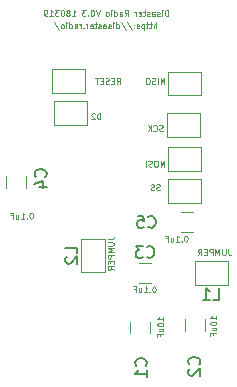
<source format=gbo>
%TF.GenerationSoftware,KiCad,Pcbnew,5.0.0-rc2-dev-unknown-c6ef0d5~62~ubuntu17.10.1*%
%TF.CreationDate,2018-03-19T22:23:23-07:00*%
%TF.ProjectId,lora_nodemcu,6C6F72615F6E6F64656D63752E6B6963,rev?*%
%TF.SameCoordinates,Original*%
%TF.FileFunction,Legend,Bot*%
%TF.FilePolarity,Positive*%
%FSLAX46Y46*%
G04 Gerber Fmt 4.6, Leading zero omitted, Abs format (unit mm)*
G04 Created by KiCad (PCBNEW 5.0.0-rc2-dev-unknown-c6ef0d5~62~ubuntu17.10.1) date Mon Mar 19 22:23:23 2018*
%MOMM*%
%LPD*%
G01*
G04 APERTURE LIST*
%ADD10C,0.100000*%
%ADD11C,0.120000*%
%ADD12C,0.150000*%
G04 APERTURE END LIST*
D10*
X141521428Y-93126190D02*
X141473809Y-93126190D01*
X141426190Y-93150000D01*
X141402380Y-93173809D01*
X141378571Y-93221428D01*
X141354761Y-93316666D01*
X141354761Y-93435714D01*
X141378571Y-93530952D01*
X141402380Y-93578571D01*
X141426190Y-93602380D01*
X141473809Y-93626190D01*
X141521428Y-93626190D01*
X141569047Y-93602380D01*
X141592857Y-93578571D01*
X141616666Y-93530952D01*
X141640476Y-93435714D01*
X141640476Y-93316666D01*
X141616666Y-93221428D01*
X141592857Y-93173809D01*
X141569047Y-93150000D01*
X141521428Y-93126190D01*
X141140476Y-93578571D02*
X141116666Y-93602380D01*
X141140476Y-93626190D01*
X141164285Y-93602380D01*
X141140476Y-93578571D01*
X141140476Y-93626190D01*
X140640476Y-93626190D02*
X140926190Y-93626190D01*
X140783333Y-93626190D02*
X140783333Y-93126190D01*
X140830952Y-93197619D01*
X140878571Y-93245238D01*
X140926190Y-93269047D01*
X140211904Y-93292857D02*
X140211904Y-93626190D01*
X140426190Y-93292857D02*
X140426190Y-93554761D01*
X140402380Y-93602380D01*
X140354761Y-93626190D01*
X140283333Y-93626190D01*
X140235714Y-93602380D01*
X140211904Y-93578571D01*
X139807142Y-93364285D02*
X139973809Y-93364285D01*
X139973809Y-93626190D02*
X139973809Y-93126190D01*
X139735714Y-93126190D01*
X157176190Y-102164285D02*
X157176190Y-101878571D01*
X157176190Y-102021428D02*
X156676190Y-102021428D01*
X156747619Y-101973809D01*
X156795238Y-101926190D01*
X156819047Y-101878571D01*
X156676190Y-102473809D02*
X156676190Y-102521428D01*
X156700000Y-102569047D01*
X156723809Y-102592857D01*
X156771428Y-102616666D01*
X156866666Y-102640476D01*
X156985714Y-102640476D01*
X157080952Y-102616666D01*
X157128571Y-102592857D01*
X157152380Y-102569047D01*
X157176190Y-102521428D01*
X157176190Y-102473809D01*
X157152380Y-102426190D01*
X157128571Y-102402380D01*
X157080952Y-102378571D01*
X156985714Y-102354761D01*
X156866666Y-102354761D01*
X156771428Y-102378571D01*
X156723809Y-102402380D01*
X156700000Y-102426190D01*
X156676190Y-102473809D01*
X156842857Y-103069047D02*
X157176190Y-103069047D01*
X156842857Y-102854761D02*
X157104761Y-102854761D01*
X157152380Y-102878571D01*
X157176190Y-102926190D01*
X157176190Y-102997619D01*
X157152380Y-103045238D01*
X157128571Y-103069047D01*
X156914285Y-103473809D02*
X156914285Y-103307142D01*
X157176190Y-103307142D02*
X156676190Y-103307142D01*
X156676190Y-103545238D01*
X152676190Y-102264285D02*
X152676190Y-101978571D01*
X152676190Y-102121428D02*
X152176190Y-102121428D01*
X152247619Y-102073809D01*
X152295238Y-102026190D01*
X152319047Y-101978571D01*
X152176190Y-102573809D02*
X152176190Y-102621428D01*
X152200000Y-102669047D01*
X152223809Y-102692857D01*
X152271428Y-102716666D01*
X152366666Y-102740476D01*
X152485714Y-102740476D01*
X152580952Y-102716666D01*
X152628571Y-102692857D01*
X152652380Y-102669047D01*
X152676190Y-102621428D01*
X152676190Y-102573809D01*
X152652380Y-102526190D01*
X152628571Y-102502380D01*
X152580952Y-102478571D01*
X152485714Y-102454761D01*
X152366666Y-102454761D01*
X152271428Y-102478571D01*
X152223809Y-102502380D01*
X152200000Y-102526190D01*
X152176190Y-102573809D01*
X152342857Y-103169047D02*
X152676190Y-103169047D01*
X152342857Y-102954761D02*
X152604761Y-102954761D01*
X152652380Y-102978571D01*
X152676190Y-103026190D01*
X152676190Y-103097619D01*
X152652380Y-103145238D01*
X152628571Y-103169047D01*
X152414285Y-103573809D02*
X152414285Y-103407142D01*
X152676190Y-103407142D02*
X152176190Y-103407142D01*
X152176190Y-103645238D01*
X158202380Y-96226190D02*
X158202380Y-96583333D01*
X158226190Y-96654761D01*
X158273809Y-96702380D01*
X158345238Y-96726190D01*
X158392857Y-96726190D01*
X157964285Y-96226190D02*
X157964285Y-96630952D01*
X157940476Y-96678571D01*
X157916666Y-96702380D01*
X157869047Y-96726190D01*
X157773809Y-96726190D01*
X157726190Y-96702380D01*
X157702380Y-96678571D01*
X157678571Y-96630952D01*
X157678571Y-96226190D01*
X157440476Y-96726190D02*
X157440476Y-96226190D01*
X157273809Y-96583333D01*
X157107142Y-96226190D01*
X157107142Y-96726190D01*
X156869047Y-96726190D02*
X156869047Y-96226190D01*
X156678571Y-96226190D01*
X156630952Y-96250000D01*
X156607142Y-96273809D01*
X156583333Y-96321428D01*
X156583333Y-96392857D01*
X156607142Y-96440476D01*
X156630952Y-96464285D01*
X156678571Y-96488095D01*
X156869047Y-96488095D01*
X156369047Y-96464285D02*
X156202380Y-96464285D01*
X156130952Y-96726190D02*
X156369047Y-96726190D01*
X156369047Y-96226190D01*
X156130952Y-96226190D01*
X155630952Y-96726190D02*
X155797619Y-96488095D01*
X155916666Y-96726190D02*
X155916666Y-96226190D01*
X155726190Y-96226190D01*
X155678571Y-96250000D01*
X155654761Y-96273809D01*
X155630952Y-96321428D01*
X155630952Y-96392857D01*
X155654761Y-96440476D01*
X155678571Y-96464285D01*
X155726190Y-96488095D01*
X155916666Y-96488095D01*
X151921428Y-99376190D02*
X151873809Y-99376190D01*
X151826190Y-99400000D01*
X151802380Y-99423809D01*
X151778571Y-99471428D01*
X151754761Y-99566666D01*
X151754761Y-99685714D01*
X151778571Y-99780952D01*
X151802380Y-99828571D01*
X151826190Y-99852380D01*
X151873809Y-99876190D01*
X151921428Y-99876190D01*
X151969047Y-99852380D01*
X151992857Y-99828571D01*
X152016666Y-99780952D01*
X152040476Y-99685714D01*
X152040476Y-99566666D01*
X152016666Y-99471428D01*
X151992857Y-99423809D01*
X151969047Y-99400000D01*
X151921428Y-99376190D01*
X151540476Y-99828571D02*
X151516666Y-99852380D01*
X151540476Y-99876190D01*
X151564285Y-99852380D01*
X151540476Y-99828571D01*
X151540476Y-99876190D01*
X151040476Y-99876190D02*
X151326190Y-99876190D01*
X151183333Y-99876190D02*
X151183333Y-99376190D01*
X151230952Y-99447619D01*
X151278571Y-99495238D01*
X151326190Y-99519047D01*
X150611904Y-99542857D02*
X150611904Y-99876190D01*
X150826190Y-99542857D02*
X150826190Y-99804761D01*
X150802380Y-99852380D01*
X150754761Y-99876190D01*
X150683333Y-99876190D01*
X150635714Y-99852380D01*
X150611904Y-99828571D01*
X150207142Y-99614285D02*
X150373809Y-99614285D01*
X150373809Y-99876190D02*
X150373809Y-99376190D01*
X150135714Y-99376190D01*
X147976190Y-95397619D02*
X148333333Y-95397619D01*
X148404761Y-95373809D01*
X148452380Y-95326190D01*
X148476190Y-95254761D01*
X148476190Y-95207142D01*
X147976190Y-95635714D02*
X148380952Y-95635714D01*
X148428571Y-95659523D01*
X148452380Y-95683333D01*
X148476190Y-95730952D01*
X148476190Y-95826190D01*
X148452380Y-95873809D01*
X148428571Y-95897619D01*
X148380952Y-95921428D01*
X147976190Y-95921428D01*
X148476190Y-96159523D02*
X147976190Y-96159523D01*
X148333333Y-96326190D01*
X147976190Y-96492857D01*
X148476190Y-96492857D01*
X148476190Y-96730952D02*
X147976190Y-96730952D01*
X147976190Y-96921428D01*
X148000000Y-96969047D01*
X148023809Y-96992857D01*
X148071428Y-97016666D01*
X148142857Y-97016666D01*
X148190476Y-96992857D01*
X148214285Y-96969047D01*
X148238095Y-96921428D01*
X148238095Y-96730952D01*
X148214285Y-97230952D02*
X148214285Y-97397619D01*
X148476190Y-97469047D02*
X148476190Y-97230952D01*
X147976190Y-97230952D01*
X147976190Y-97469047D01*
X148476190Y-97969047D02*
X148238095Y-97802380D01*
X148476190Y-97683333D02*
X147976190Y-97683333D01*
X147976190Y-97873809D01*
X148000000Y-97921428D01*
X148023809Y-97945238D01*
X148071428Y-97969047D01*
X148142857Y-97969047D01*
X148190476Y-97945238D01*
X148214285Y-97921428D01*
X148238095Y-97873809D01*
X148238095Y-97683333D01*
X154621428Y-95076190D02*
X154573809Y-95076190D01*
X154526190Y-95100000D01*
X154502380Y-95123809D01*
X154478571Y-95171428D01*
X154454761Y-95266666D01*
X154454761Y-95385714D01*
X154478571Y-95480952D01*
X154502380Y-95528571D01*
X154526190Y-95552380D01*
X154573809Y-95576190D01*
X154621428Y-95576190D01*
X154669047Y-95552380D01*
X154692857Y-95528571D01*
X154716666Y-95480952D01*
X154740476Y-95385714D01*
X154740476Y-95266666D01*
X154716666Y-95171428D01*
X154692857Y-95123809D01*
X154669047Y-95100000D01*
X154621428Y-95076190D01*
X154240476Y-95528571D02*
X154216666Y-95552380D01*
X154240476Y-95576190D01*
X154264285Y-95552380D01*
X154240476Y-95528571D01*
X154240476Y-95576190D01*
X153740476Y-95576190D02*
X154026190Y-95576190D01*
X153883333Y-95576190D02*
X153883333Y-95076190D01*
X153930952Y-95147619D01*
X153978571Y-95195238D01*
X154026190Y-95219047D01*
X153311904Y-95242857D02*
X153311904Y-95576190D01*
X153526190Y-95242857D02*
X153526190Y-95504761D01*
X153502380Y-95552380D01*
X153454761Y-95576190D01*
X153383333Y-95576190D01*
X153335714Y-95552380D01*
X153311904Y-95528571D01*
X152907142Y-95314285D02*
X153073809Y-95314285D01*
X153073809Y-95576190D02*
X153073809Y-95076190D01*
X152835714Y-95076190D01*
X152380952Y-91202380D02*
X152309523Y-91226190D01*
X152190476Y-91226190D01*
X152142857Y-91202380D01*
X152119047Y-91178571D01*
X152095238Y-91130952D01*
X152095238Y-91083333D01*
X152119047Y-91035714D01*
X152142857Y-91011904D01*
X152190476Y-90988095D01*
X152285714Y-90964285D01*
X152333333Y-90940476D01*
X152357142Y-90916666D01*
X152380952Y-90869047D01*
X152380952Y-90821428D01*
X152357142Y-90773809D01*
X152333333Y-90750000D01*
X152285714Y-90726190D01*
X152166666Y-90726190D01*
X152095238Y-90750000D01*
X151904761Y-91202380D02*
X151833333Y-91226190D01*
X151714285Y-91226190D01*
X151666666Y-91202380D01*
X151642857Y-91178571D01*
X151619047Y-91130952D01*
X151619047Y-91083333D01*
X151642857Y-91035714D01*
X151666666Y-91011904D01*
X151714285Y-90988095D01*
X151809523Y-90964285D01*
X151857142Y-90940476D01*
X151880952Y-90916666D01*
X151904761Y-90869047D01*
X151904761Y-90821428D01*
X151880952Y-90773809D01*
X151857142Y-90750000D01*
X151809523Y-90726190D01*
X151690476Y-90726190D01*
X151619047Y-90750000D01*
X152785714Y-89226190D02*
X152785714Y-88726190D01*
X152619047Y-89083333D01*
X152452380Y-88726190D01*
X152452380Y-89226190D01*
X152119047Y-88726190D02*
X152023809Y-88726190D01*
X151976190Y-88750000D01*
X151928571Y-88797619D01*
X151904761Y-88892857D01*
X151904761Y-89059523D01*
X151928571Y-89154761D01*
X151976190Y-89202380D01*
X152023809Y-89226190D01*
X152119047Y-89226190D01*
X152166666Y-89202380D01*
X152214285Y-89154761D01*
X152238095Y-89059523D01*
X152238095Y-88892857D01*
X152214285Y-88797619D01*
X152166666Y-88750000D01*
X152119047Y-88726190D01*
X151714285Y-89202380D02*
X151642857Y-89226190D01*
X151523809Y-89226190D01*
X151476190Y-89202380D01*
X151452380Y-89178571D01*
X151428571Y-89130952D01*
X151428571Y-89083333D01*
X151452380Y-89035714D01*
X151476190Y-89011904D01*
X151523809Y-88988095D01*
X151619047Y-88964285D01*
X151666666Y-88940476D01*
X151690476Y-88916666D01*
X151714285Y-88869047D01*
X151714285Y-88821428D01*
X151690476Y-88773809D01*
X151666666Y-88750000D01*
X151619047Y-88726190D01*
X151500000Y-88726190D01*
X151428571Y-88750000D01*
X151214285Y-89226190D02*
X151214285Y-88726190D01*
X152642857Y-86202380D02*
X152571428Y-86226190D01*
X152452380Y-86226190D01*
X152404761Y-86202380D01*
X152380952Y-86178571D01*
X152357142Y-86130952D01*
X152357142Y-86083333D01*
X152380952Y-86035714D01*
X152404761Y-86011904D01*
X152452380Y-85988095D01*
X152547619Y-85964285D01*
X152595238Y-85940476D01*
X152619047Y-85916666D01*
X152642857Y-85869047D01*
X152642857Y-85821428D01*
X152619047Y-85773809D01*
X152595238Y-85750000D01*
X152547619Y-85726190D01*
X152428571Y-85726190D01*
X152357142Y-85750000D01*
X151857142Y-86178571D02*
X151880952Y-86202380D01*
X151952380Y-86226190D01*
X152000000Y-86226190D01*
X152071428Y-86202380D01*
X152119047Y-86154761D01*
X152142857Y-86107142D01*
X152166666Y-86011904D01*
X152166666Y-85940476D01*
X152142857Y-85845238D01*
X152119047Y-85797619D01*
X152071428Y-85750000D01*
X152000000Y-85726190D01*
X151952380Y-85726190D01*
X151880952Y-85750000D01*
X151857142Y-85773809D01*
X151642857Y-86226190D02*
X151642857Y-85726190D01*
X151357142Y-86226190D02*
X151571428Y-85940476D01*
X151357142Y-85726190D02*
X151642857Y-86011904D01*
X152785714Y-82226190D02*
X152785714Y-81726190D01*
X152619047Y-82083333D01*
X152452380Y-81726190D01*
X152452380Y-82226190D01*
X152214285Y-82226190D02*
X152214285Y-81726190D01*
X152000000Y-82202380D02*
X151928571Y-82226190D01*
X151809523Y-82226190D01*
X151761904Y-82202380D01*
X151738095Y-82178571D01*
X151714285Y-82130952D01*
X151714285Y-82083333D01*
X151738095Y-82035714D01*
X151761904Y-82011904D01*
X151809523Y-81988095D01*
X151904761Y-81964285D01*
X151952380Y-81940476D01*
X151976190Y-81916666D01*
X152000000Y-81869047D01*
X152000000Y-81821428D01*
X151976190Y-81773809D01*
X151952380Y-81750000D01*
X151904761Y-81726190D01*
X151785714Y-81726190D01*
X151714285Y-81750000D01*
X151404761Y-81726190D02*
X151309523Y-81726190D01*
X151261904Y-81750000D01*
X151214285Y-81797619D01*
X151190476Y-81892857D01*
X151190476Y-82059523D01*
X151214285Y-82154761D01*
X151261904Y-82202380D01*
X151309523Y-82226190D01*
X151404761Y-82226190D01*
X151452380Y-82202380D01*
X151500000Y-82154761D01*
X151523809Y-82059523D01*
X151523809Y-81892857D01*
X151500000Y-81797619D01*
X151452380Y-81750000D01*
X151404761Y-81726190D01*
X147369047Y-85226190D02*
X147369047Y-84726190D01*
X147250000Y-84726190D01*
X147178571Y-84750000D01*
X147130952Y-84797619D01*
X147107142Y-84845238D01*
X147083333Y-84940476D01*
X147083333Y-85011904D01*
X147107142Y-85107142D01*
X147130952Y-85154761D01*
X147178571Y-85202380D01*
X147250000Y-85226190D01*
X147369047Y-85226190D01*
X146892857Y-84773809D02*
X146869047Y-84750000D01*
X146821428Y-84726190D01*
X146702380Y-84726190D01*
X146654761Y-84750000D01*
X146630952Y-84773809D01*
X146607142Y-84821428D01*
X146607142Y-84869047D01*
X146630952Y-84940476D01*
X146916666Y-85226190D01*
X146607142Y-85226190D01*
X148726190Y-82226190D02*
X148892857Y-81988095D01*
X149011904Y-82226190D02*
X149011904Y-81726190D01*
X148821428Y-81726190D01*
X148773809Y-81750000D01*
X148750000Y-81773809D01*
X148726190Y-81821428D01*
X148726190Y-81892857D01*
X148750000Y-81940476D01*
X148773809Y-81964285D01*
X148821428Y-81988095D01*
X149011904Y-81988095D01*
X148511904Y-81964285D02*
X148345238Y-81964285D01*
X148273809Y-82226190D02*
X148511904Y-82226190D01*
X148511904Y-81726190D01*
X148273809Y-81726190D01*
X148083333Y-82202380D02*
X148011904Y-82226190D01*
X147892857Y-82226190D01*
X147845238Y-82202380D01*
X147821428Y-82178571D01*
X147797619Y-82130952D01*
X147797619Y-82083333D01*
X147821428Y-82035714D01*
X147845238Y-82011904D01*
X147892857Y-81988095D01*
X147988095Y-81964285D01*
X148035714Y-81940476D01*
X148059523Y-81916666D01*
X148083333Y-81869047D01*
X148083333Y-81821428D01*
X148059523Y-81773809D01*
X148035714Y-81750000D01*
X147988095Y-81726190D01*
X147869047Y-81726190D01*
X147797619Y-81750000D01*
X147583333Y-81964285D02*
X147416666Y-81964285D01*
X147345238Y-82226190D02*
X147583333Y-82226190D01*
X147583333Y-81726190D01*
X147345238Y-81726190D01*
X147202380Y-81726190D02*
X146916666Y-81726190D01*
X147059523Y-82226190D02*
X147059523Y-81726190D01*
X152085714Y-77526190D02*
X152085714Y-77026190D01*
X151871428Y-77526190D02*
X151871428Y-77264285D01*
X151895238Y-77216666D01*
X151942857Y-77192857D01*
X152014285Y-77192857D01*
X152061904Y-77216666D01*
X152085714Y-77240476D01*
X151704761Y-77192857D02*
X151514285Y-77192857D01*
X151633333Y-77026190D02*
X151633333Y-77454761D01*
X151609523Y-77502380D01*
X151561904Y-77526190D01*
X151514285Y-77526190D01*
X151419047Y-77192857D02*
X151228571Y-77192857D01*
X151347619Y-77026190D02*
X151347619Y-77454761D01*
X151323809Y-77502380D01*
X151276190Y-77526190D01*
X151228571Y-77526190D01*
X151061904Y-77192857D02*
X151061904Y-77692857D01*
X151061904Y-77216666D02*
X151014285Y-77192857D01*
X150919047Y-77192857D01*
X150871428Y-77216666D01*
X150847619Y-77240476D01*
X150823809Y-77288095D01*
X150823809Y-77430952D01*
X150847619Y-77478571D01*
X150871428Y-77502380D01*
X150919047Y-77526190D01*
X151014285Y-77526190D01*
X151061904Y-77502380D01*
X150633333Y-77502380D02*
X150585714Y-77526190D01*
X150490476Y-77526190D01*
X150442857Y-77502380D01*
X150419047Y-77454761D01*
X150419047Y-77430952D01*
X150442857Y-77383333D01*
X150490476Y-77359523D01*
X150561904Y-77359523D01*
X150609523Y-77335714D01*
X150633333Y-77288095D01*
X150633333Y-77264285D01*
X150609523Y-77216666D01*
X150561904Y-77192857D01*
X150490476Y-77192857D01*
X150442857Y-77216666D01*
X150204761Y-77478571D02*
X150180952Y-77502380D01*
X150204761Y-77526190D01*
X150228571Y-77502380D01*
X150204761Y-77478571D01*
X150204761Y-77526190D01*
X150204761Y-77216666D02*
X150180952Y-77240476D01*
X150204761Y-77264285D01*
X150228571Y-77240476D01*
X150204761Y-77216666D01*
X150204761Y-77264285D01*
X149609523Y-77002380D02*
X150038095Y-77645238D01*
X149085714Y-77002380D02*
X149514285Y-77645238D01*
X148704761Y-77526190D02*
X148704761Y-77026190D01*
X148704761Y-77502380D02*
X148752380Y-77526190D01*
X148847619Y-77526190D01*
X148895238Y-77502380D01*
X148919047Y-77478571D01*
X148942857Y-77430952D01*
X148942857Y-77288095D01*
X148919047Y-77240476D01*
X148895238Y-77216666D01*
X148847619Y-77192857D01*
X148752380Y-77192857D01*
X148704761Y-77216666D01*
X148466666Y-77526190D02*
X148466666Y-77192857D01*
X148466666Y-77026190D02*
X148490476Y-77050000D01*
X148466666Y-77073809D01*
X148442857Y-77050000D01*
X148466666Y-77026190D01*
X148466666Y-77073809D01*
X148252380Y-77502380D02*
X148204761Y-77526190D01*
X148109523Y-77526190D01*
X148061904Y-77502380D01*
X148038095Y-77454761D01*
X148038095Y-77430952D01*
X148061904Y-77383333D01*
X148109523Y-77359523D01*
X148180952Y-77359523D01*
X148228571Y-77335714D01*
X148252380Y-77288095D01*
X148252380Y-77264285D01*
X148228571Y-77216666D01*
X148180952Y-77192857D01*
X148109523Y-77192857D01*
X148061904Y-77216666D01*
X147609523Y-77526190D02*
X147609523Y-77264285D01*
X147633333Y-77216666D01*
X147680952Y-77192857D01*
X147776190Y-77192857D01*
X147823809Y-77216666D01*
X147609523Y-77502380D02*
X147657142Y-77526190D01*
X147776190Y-77526190D01*
X147823809Y-77502380D01*
X147847619Y-77454761D01*
X147847619Y-77407142D01*
X147823809Y-77359523D01*
X147776190Y-77335714D01*
X147657142Y-77335714D01*
X147609523Y-77311904D01*
X147395238Y-77502380D02*
X147347619Y-77526190D01*
X147252380Y-77526190D01*
X147204761Y-77502380D01*
X147180952Y-77454761D01*
X147180952Y-77430952D01*
X147204761Y-77383333D01*
X147252380Y-77359523D01*
X147323809Y-77359523D01*
X147371428Y-77335714D01*
X147395238Y-77288095D01*
X147395238Y-77264285D01*
X147371428Y-77216666D01*
X147323809Y-77192857D01*
X147252380Y-77192857D01*
X147204761Y-77216666D01*
X147038095Y-77192857D02*
X146847619Y-77192857D01*
X146966666Y-77026190D02*
X146966666Y-77454761D01*
X146942857Y-77502380D01*
X146895238Y-77526190D01*
X146847619Y-77526190D01*
X146490476Y-77502380D02*
X146538095Y-77526190D01*
X146633333Y-77526190D01*
X146680952Y-77502380D01*
X146704761Y-77454761D01*
X146704761Y-77264285D01*
X146680952Y-77216666D01*
X146633333Y-77192857D01*
X146538095Y-77192857D01*
X146490476Y-77216666D01*
X146466666Y-77264285D01*
X146466666Y-77311904D01*
X146704761Y-77359523D01*
X146252380Y-77526190D02*
X146252380Y-77192857D01*
X146252380Y-77288095D02*
X146228571Y-77240476D01*
X146204761Y-77216666D01*
X146157142Y-77192857D01*
X146109523Y-77192857D01*
X145942857Y-77478571D02*
X145919047Y-77502380D01*
X145942857Y-77526190D01*
X145966666Y-77502380D01*
X145942857Y-77478571D01*
X145942857Y-77526190D01*
X145704761Y-77526190D02*
X145704761Y-77192857D01*
X145704761Y-77288095D02*
X145680952Y-77240476D01*
X145657142Y-77216666D01*
X145609523Y-77192857D01*
X145561904Y-77192857D01*
X145180952Y-77526190D02*
X145180952Y-77264285D01*
X145204761Y-77216666D01*
X145252380Y-77192857D01*
X145347619Y-77192857D01*
X145395238Y-77216666D01*
X145180952Y-77502380D02*
X145228571Y-77526190D01*
X145347619Y-77526190D01*
X145395238Y-77502380D01*
X145419047Y-77454761D01*
X145419047Y-77407142D01*
X145395238Y-77359523D01*
X145347619Y-77335714D01*
X145228571Y-77335714D01*
X145180952Y-77311904D01*
X144728571Y-77526190D02*
X144728571Y-77026190D01*
X144728571Y-77502380D02*
X144776190Y-77526190D01*
X144871428Y-77526190D01*
X144919047Y-77502380D01*
X144942857Y-77478571D01*
X144966666Y-77430952D01*
X144966666Y-77288095D01*
X144942857Y-77240476D01*
X144919047Y-77216666D01*
X144871428Y-77192857D01*
X144776190Y-77192857D01*
X144728571Y-77216666D01*
X144490476Y-77526190D02*
X144490476Y-77192857D01*
X144490476Y-77026190D02*
X144514285Y-77050000D01*
X144490476Y-77073809D01*
X144466666Y-77050000D01*
X144490476Y-77026190D01*
X144490476Y-77073809D01*
X144180952Y-77526190D02*
X144228571Y-77502380D01*
X144252380Y-77478571D01*
X144276190Y-77430952D01*
X144276190Y-77288095D01*
X144252380Y-77240476D01*
X144228571Y-77216666D01*
X144180952Y-77192857D01*
X144109523Y-77192857D01*
X144061904Y-77216666D01*
X144038095Y-77240476D01*
X144014285Y-77288095D01*
X144014285Y-77430952D01*
X144038095Y-77478571D01*
X144061904Y-77502380D01*
X144109523Y-77526190D01*
X144180952Y-77526190D01*
X143442857Y-77002380D02*
X143871428Y-77645238D01*
X153100000Y-76476190D02*
X153100000Y-75976190D01*
X152980952Y-75976190D01*
X152909523Y-76000000D01*
X152861904Y-76047619D01*
X152838095Y-76095238D01*
X152814285Y-76190476D01*
X152814285Y-76261904D01*
X152838095Y-76357142D01*
X152861904Y-76404761D01*
X152909523Y-76452380D01*
X152980952Y-76476190D01*
X153100000Y-76476190D01*
X152600000Y-76476190D02*
X152600000Y-76142857D01*
X152600000Y-75976190D02*
X152623809Y-76000000D01*
X152600000Y-76023809D01*
X152576190Y-76000000D01*
X152600000Y-75976190D01*
X152600000Y-76023809D01*
X152385714Y-76452380D02*
X152338095Y-76476190D01*
X152242857Y-76476190D01*
X152195238Y-76452380D01*
X152171428Y-76404761D01*
X152171428Y-76380952D01*
X152195238Y-76333333D01*
X152242857Y-76309523D01*
X152314285Y-76309523D01*
X152361904Y-76285714D01*
X152385714Y-76238095D01*
X152385714Y-76214285D01*
X152361904Y-76166666D01*
X152314285Y-76142857D01*
X152242857Y-76142857D01*
X152195238Y-76166666D01*
X151742857Y-76476190D02*
X151742857Y-76214285D01*
X151766666Y-76166666D01*
X151814285Y-76142857D01*
X151909523Y-76142857D01*
X151957142Y-76166666D01*
X151742857Y-76452380D02*
X151790476Y-76476190D01*
X151909523Y-76476190D01*
X151957142Y-76452380D01*
X151980952Y-76404761D01*
X151980952Y-76357142D01*
X151957142Y-76309523D01*
X151909523Y-76285714D01*
X151790476Y-76285714D01*
X151742857Y-76261904D01*
X151528571Y-76452380D02*
X151480952Y-76476190D01*
X151385714Y-76476190D01*
X151338095Y-76452380D01*
X151314285Y-76404761D01*
X151314285Y-76380952D01*
X151338095Y-76333333D01*
X151385714Y-76309523D01*
X151457142Y-76309523D01*
X151504761Y-76285714D01*
X151528571Y-76238095D01*
X151528571Y-76214285D01*
X151504761Y-76166666D01*
X151457142Y-76142857D01*
X151385714Y-76142857D01*
X151338095Y-76166666D01*
X151171428Y-76142857D02*
X150980952Y-76142857D01*
X151100000Y-75976190D02*
X151100000Y-76404761D01*
X151076190Y-76452380D01*
X151028571Y-76476190D01*
X150980952Y-76476190D01*
X150623809Y-76452380D02*
X150671428Y-76476190D01*
X150766666Y-76476190D01*
X150814285Y-76452380D01*
X150838095Y-76404761D01*
X150838095Y-76214285D01*
X150814285Y-76166666D01*
X150766666Y-76142857D01*
X150671428Y-76142857D01*
X150623809Y-76166666D01*
X150600000Y-76214285D01*
X150600000Y-76261904D01*
X150838095Y-76309523D01*
X150385714Y-76476190D02*
X150385714Y-76142857D01*
X150385714Y-76238095D02*
X150361904Y-76190476D01*
X150338095Y-76166666D01*
X150290476Y-76142857D01*
X150242857Y-76142857D01*
X149409523Y-76476190D02*
X149576190Y-76238095D01*
X149695238Y-76476190D02*
X149695238Y-75976190D01*
X149504761Y-75976190D01*
X149457142Y-76000000D01*
X149433333Y-76023809D01*
X149409523Y-76071428D01*
X149409523Y-76142857D01*
X149433333Y-76190476D01*
X149457142Y-76214285D01*
X149504761Y-76238095D01*
X149695238Y-76238095D01*
X148980952Y-76476190D02*
X148980952Y-76214285D01*
X149004761Y-76166666D01*
X149052380Y-76142857D01*
X149147619Y-76142857D01*
X149195238Y-76166666D01*
X148980952Y-76452380D02*
X149028571Y-76476190D01*
X149147619Y-76476190D01*
X149195238Y-76452380D01*
X149219047Y-76404761D01*
X149219047Y-76357142D01*
X149195238Y-76309523D01*
X149147619Y-76285714D01*
X149028571Y-76285714D01*
X148980952Y-76261904D01*
X148528571Y-76476190D02*
X148528571Y-75976190D01*
X148528571Y-76452380D02*
X148576190Y-76476190D01*
X148671428Y-76476190D01*
X148719047Y-76452380D01*
X148742857Y-76428571D01*
X148766666Y-76380952D01*
X148766666Y-76238095D01*
X148742857Y-76190476D01*
X148719047Y-76166666D01*
X148671428Y-76142857D01*
X148576190Y-76142857D01*
X148528571Y-76166666D01*
X148290476Y-76476190D02*
X148290476Y-76142857D01*
X148290476Y-75976190D02*
X148314285Y-76000000D01*
X148290476Y-76023809D01*
X148266666Y-76000000D01*
X148290476Y-75976190D01*
X148290476Y-76023809D01*
X147980952Y-76476190D02*
X148028571Y-76452380D01*
X148052380Y-76428571D01*
X148076190Y-76380952D01*
X148076190Y-76238095D01*
X148052380Y-76190476D01*
X148028571Y-76166666D01*
X147980952Y-76142857D01*
X147909523Y-76142857D01*
X147861904Y-76166666D01*
X147838095Y-76190476D01*
X147814285Y-76238095D01*
X147814285Y-76380952D01*
X147838095Y-76428571D01*
X147861904Y-76452380D01*
X147909523Y-76476190D01*
X147980952Y-76476190D01*
X147290476Y-75976190D02*
X147123809Y-76476190D01*
X146957142Y-75976190D01*
X146695238Y-75976190D02*
X146647619Y-75976190D01*
X146600000Y-76000000D01*
X146576190Y-76023809D01*
X146552380Y-76071428D01*
X146528571Y-76166666D01*
X146528571Y-76285714D01*
X146552380Y-76380952D01*
X146576190Y-76428571D01*
X146600000Y-76452380D01*
X146647619Y-76476190D01*
X146695238Y-76476190D01*
X146742857Y-76452380D01*
X146766666Y-76428571D01*
X146790476Y-76380952D01*
X146814285Y-76285714D01*
X146814285Y-76166666D01*
X146790476Y-76071428D01*
X146766666Y-76023809D01*
X146742857Y-76000000D01*
X146695238Y-75976190D01*
X146314285Y-76428571D02*
X146290476Y-76452380D01*
X146314285Y-76476190D01*
X146338095Y-76452380D01*
X146314285Y-76428571D01*
X146314285Y-76476190D01*
X146123809Y-75976190D02*
X145814285Y-75976190D01*
X145980952Y-76166666D01*
X145909523Y-76166666D01*
X145861904Y-76190476D01*
X145838095Y-76214285D01*
X145814285Y-76261904D01*
X145814285Y-76380952D01*
X145838095Y-76428571D01*
X145861904Y-76452380D01*
X145909523Y-76476190D01*
X146052380Y-76476190D01*
X146100000Y-76452380D01*
X146123809Y-76428571D01*
X144957142Y-76476190D02*
X145242857Y-76476190D01*
X145100000Y-76476190D02*
X145100000Y-75976190D01*
X145147619Y-76047619D01*
X145195238Y-76095238D01*
X145242857Y-76119047D01*
X144671428Y-76190476D02*
X144719047Y-76166666D01*
X144742857Y-76142857D01*
X144766666Y-76095238D01*
X144766666Y-76071428D01*
X144742857Y-76023809D01*
X144719047Y-76000000D01*
X144671428Y-75976190D01*
X144576190Y-75976190D01*
X144528571Y-76000000D01*
X144504761Y-76023809D01*
X144480952Y-76071428D01*
X144480952Y-76095238D01*
X144504761Y-76142857D01*
X144528571Y-76166666D01*
X144576190Y-76190476D01*
X144671428Y-76190476D01*
X144719047Y-76214285D01*
X144742857Y-76238095D01*
X144766666Y-76285714D01*
X144766666Y-76380952D01*
X144742857Y-76428571D01*
X144719047Y-76452380D01*
X144671428Y-76476190D01*
X144576190Y-76476190D01*
X144528571Y-76452380D01*
X144504761Y-76428571D01*
X144480952Y-76380952D01*
X144480952Y-76285714D01*
X144504761Y-76238095D01*
X144528571Y-76214285D01*
X144576190Y-76190476D01*
X144171428Y-75976190D02*
X144123809Y-75976190D01*
X144076190Y-76000000D01*
X144052380Y-76023809D01*
X144028571Y-76071428D01*
X144004761Y-76166666D01*
X144004761Y-76285714D01*
X144028571Y-76380952D01*
X144052380Y-76428571D01*
X144076190Y-76452380D01*
X144123809Y-76476190D01*
X144171428Y-76476190D01*
X144219047Y-76452380D01*
X144242857Y-76428571D01*
X144266666Y-76380952D01*
X144290476Y-76285714D01*
X144290476Y-76166666D01*
X144266666Y-76071428D01*
X144242857Y-76023809D01*
X144219047Y-76000000D01*
X144171428Y-75976190D01*
X143838095Y-75976190D02*
X143528571Y-75976190D01*
X143695238Y-76166666D01*
X143623809Y-76166666D01*
X143576190Y-76190476D01*
X143552380Y-76214285D01*
X143528571Y-76261904D01*
X143528571Y-76380952D01*
X143552380Y-76428571D01*
X143576190Y-76452380D01*
X143623809Y-76476190D01*
X143766666Y-76476190D01*
X143814285Y-76452380D01*
X143838095Y-76428571D01*
X143052380Y-76476190D02*
X143338095Y-76476190D01*
X143195238Y-76476190D02*
X143195238Y-75976190D01*
X143242857Y-76047619D01*
X143290476Y-76095238D01*
X143338095Y-76119047D01*
X142814285Y-76476190D02*
X142719047Y-76476190D01*
X142671428Y-76452380D01*
X142647619Y-76428571D01*
X142600000Y-76357142D01*
X142576190Y-76261904D01*
X142576190Y-76071428D01*
X142600000Y-76023809D01*
X142623809Y-76000000D01*
X142671428Y-75976190D01*
X142766666Y-75976190D01*
X142814285Y-76000000D01*
X142838095Y-76023809D01*
X142861904Y-76071428D01*
X142861904Y-76190476D01*
X142838095Y-76238095D01*
X142814285Y-76261904D01*
X142766666Y-76285714D01*
X142671428Y-76285714D01*
X142623809Y-76261904D01*
X142600000Y-76238095D01*
X142576190Y-76190476D01*
D11*
%TO.C,R5*%
X155900000Y-81200000D02*
X153100000Y-81200000D01*
X153100000Y-81200000D02*
X153100000Y-83200000D01*
X153100000Y-83200000D02*
X155900000Y-83200000D01*
X155900000Y-83200000D02*
X155900000Y-81200000D01*
%TO.C,R4*%
X155800000Y-86700000D02*
X155800000Y-84700000D01*
X153000000Y-86700000D02*
X155800000Y-86700000D01*
X153000000Y-84700000D02*
X153000000Y-86700000D01*
X155800000Y-84700000D02*
X153000000Y-84700000D01*
%TO.C,L1*%
X155350000Y-99250000D02*
X158150000Y-99250000D01*
X158150000Y-99250000D02*
X158150000Y-97250000D01*
X158150000Y-97250000D02*
X155350000Y-97250000D01*
X155350000Y-97250000D02*
X155350000Y-99250000D01*
%TO.C,L2*%
X147750000Y-95350000D02*
X145750000Y-95350000D01*
X147750000Y-98150000D02*
X147750000Y-95350000D01*
X145750000Y-98150000D02*
X147750000Y-98150000D01*
X145750000Y-95350000D02*
X145750000Y-98150000D01*
%TO.C,R1*%
X143400000Y-85700000D02*
X146200000Y-85700000D01*
X146200000Y-85700000D02*
X146200000Y-83700000D01*
X146200000Y-83700000D02*
X143400000Y-83700000D01*
X143400000Y-83700000D02*
X143400000Y-85700000D01*
%TO.C,R2*%
X143300000Y-81000000D02*
X143300000Y-83000000D01*
X146100000Y-81000000D02*
X143300000Y-81000000D01*
X146100000Y-83000000D02*
X146100000Y-81000000D01*
X143300000Y-83000000D02*
X146100000Y-83000000D01*
%TO.C,R3*%
X155900000Y-90300000D02*
X153100000Y-90300000D01*
X153100000Y-90300000D02*
X153100000Y-92300000D01*
X153100000Y-92300000D02*
X155900000Y-92300000D01*
X155900000Y-92300000D02*
X155900000Y-90300000D01*
%TO.C,R6*%
X155900000Y-89600000D02*
X155900000Y-87600000D01*
X153100000Y-89600000D02*
X155900000Y-89600000D01*
X153100000Y-87600000D02*
X153100000Y-89600000D01*
X155900000Y-87600000D02*
X153100000Y-87600000D01*
%TO.C,C3*%
X151625000Y-99100000D02*
X150625000Y-99100000D01*
X150625000Y-97400000D02*
X151625000Y-97400000D01*
%TO.C,C5*%
X154200000Y-93050000D02*
X155200000Y-93050000D01*
X155200000Y-94750000D02*
X154200000Y-94750000D01*
%TO.C,C4*%
X141100000Y-90000000D02*
X141100000Y-91000000D01*
X139400000Y-91000000D02*
X139400000Y-90000000D01*
%TO.C,C1*%
X149850000Y-103350000D02*
X149850000Y-102350000D01*
X151550000Y-102350000D02*
X151550000Y-103350000D01*
%TO.C,C2*%
X154500000Y-103150000D02*
X154500000Y-102150000D01*
X156200000Y-102150000D02*
X156200000Y-103150000D01*
%TO.C,L1*%
D12*
X156916666Y-100502380D02*
X157392857Y-100502380D01*
X157392857Y-99502380D01*
X156059523Y-100502380D02*
X156630952Y-100502380D01*
X156345238Y-100502380D02*
X156345238Y-99502380D01*
X156440476Y-99645238D01*
X156535714Y-99740476D01*
X156630952Y-99788095D01*
%TO.C,L2*%
X145402380Y-96583333D02*
X145402380Y-96107142D01*
X144402380Y-96107142D01*
X144497619Y-96869047D02*
X144450000Y-96916666D01*
X144402380Y-97011904D01*
X144402380Y-97250000D01*
X144450000Y-97345238D01*
X144497619Y-97392857D01*
X144592857Y-97440476D01*
X144688095Y-97440476D01*
X144830952Y-97392857D01*
X145402380Y-96821428D01*
X145402380Y-97440476D01*
%TO.C,C3*%
X151291666Y-96857142D02*
X151339285Y-96904761D01*
X151482142Y-96952380D01*
X151577380Y-96952380D01*
X151720238Y-96904761D01*
X151815476Y-96809523D01*
X151863095Y-96714285D01*
X151910714Y-96523809D01*
X151910714Y-96380952D01*
X151863095Y-96190476D01*
X151815476Y-96095238D01*
X151720238Y-96000000D01*
X151577380Y-95952380D01*
X151482142Y-95952380D01*
X151339285Y-96000000D01*
X151291666Y-96047619D01*
X150958333Y-95952380D02*
X150339285Y-95952380D01*
X150672619Y-96333333D01*
X150529761Y-96333333D01*
X150434523Y-96380952D01*
X150386904Y-96428571D01*
X150339285Y-96523809D01*
X150339285Y-96761904D01*
X150386904Y-96857142D01*
X150434523Y-96904761D01*
X150529761Y-96952380D01*
X150815476Y-96952380D01*
X150910714Y-96904761D01*
X150958333Y-96857142D01*
%TO.C,C5*%
X151416666Y-94307142D02*
X151464285Y-94354761D01*
X151607142Y-94402380D01*
X151702380Y-94402380D01*
X151845238Y-94354761D01*
X151940476Y-94259523D01*
X151988095Y-94164285D01*
X152035714Y-93973809D01*
X152035714Y-93830952D01*
X151988095Y-93640476D01*
X151940476Y-93545238D01*
X151845238Y-93450000D01*
X151702380Y-93402380D01*
X151607142Y-93402380D01*
X151464285Y-93450000D01*
X151416666Y-93497619D01*
X150511904Y-93402380D02*
X150988095Y-93402380D01*
X151035714Y-93878571D01*
X150988095Y-93830952D01*
X150892857Y-93783333D01*
X150654761Y-93783333D01*
X150559523Y-93830952D01*
X150511904Y-93878571D01*
X150464285Y-93973809D01*
X150464285Y-94211904D01*
X150511904Y-94307142D01*
X150559523Y-94354761D01*
X150654761Y-94402380D01*
X150892857Y-94402380D01*
X150988095Y-94354761D01*
X151035714Y-94307142D01*
%TO.C,C4*%
X142707142Y-90083333D02*
X142754761Y-90035714D01*
X142802380Y-89892857D01*
X142802380Y-89797619D01*
X142754761Y-89654761D01*
X142659523Y-89559523D01*
X142564285Y-89511904D01*
X142373809Y-89464285D01*
X142230952Y-89464285D01*
X142040476Y-89511904D01*
X141945238Y-89559523D01*
X141850000Y-89654761D01*
X141802380Y-89797619D01*
X141802380Y-89892857D01*
X141850000Y-90035714D01*
X141897619Y-90083333D01*
X142135714Y-90940476D02*
X142802380Y-90940476D01*
X141754761Y-90702380D02*
X142469047Y-90464285D01*
X142469047Y-91083333D01*
%TO.C,C1*%
X151207142Y-106083333D02*
X151254761Y-106035714D01*
X151302380Y-105892857D01*
X151302380Y-105797619D01*
X151254761Y-105654761D01*
X151159523Y-105559523D01*
X151064285Y-105511904D01*
X150873809Y-105464285D01*
X150730952Y-105464285D01*
X150540476Y-105511904D01*
X150445238Y-105559523D01*
X150350000Y-105654761D01*
X150302380Y-105797619D01*
X150302380Y-105892857D01*
X150350000Y-106035714D01*
X150397619Y-106083333D01*
X151302380Y-107035714D02*
X151302380Y-106464285D01*
X151302380Y-106750000D02*
X150302380Y-106750000D01*
X150445238Y-106654761D01*
X150540476Y-106559523D01*
X150588095Y-106464285D01*
%TO.C,C2*%
X155707142Y-105983333D02*
X155754761Y-105935714D01*
X155802380Y-105792857D01*
X155802380Y-105697619D01*
X155754761Y-105554761D01*
X155659523Y-105459523D01*
X155564285Y-105411904D01*
X155373809Y-105364285D01*
X155230952Y-105364285D01*
X155040476Y-105411904D01*
X154945238Y-105459523D01*
X154850000Y-105554761D01*
X154802380Y-105697619D01*
X154802380Y-105792857D01*
X154850000Y-105935714D01*
X154897619Y-105983333D01*
X154897619Y-106364285D02*
X154850000Y-106411904D01*
X154802380Y-106507142D01*
X154802380Y-106745238D01*
X154850000Y-106840476D01*
X154897619Y-106888095D01*
X154992857Y-106935714D01*
X155088095Y-106935714D01*
X155230952Y-106888095D01*
X155802380Y-106316666D01*
X155802380Y-106935714D01*
%TD*%
M02*

</source>
